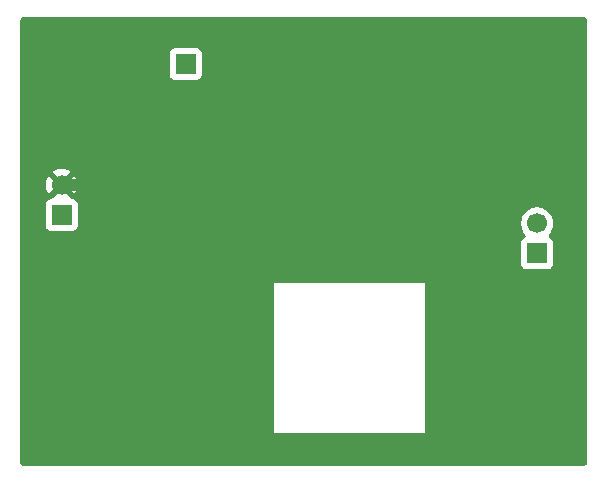
<source format=gbl>
G04 #@! TF.GenerationSoftware,KiCad,Pcbnew,9.0.4*
G04 #@! TF.CreationDate,2025-12-29T16:46:33-08:00*
G04 #@! TF.ProjectId,bikelight,62696b65-6c69-4676-9874-2e6b69636164,rev?*
G04 #@! TF.SameCoordinates,Original*
G04 #@! TF.FileFunction,Copper,L2,Bot*
G04 #@! TF.FilePolarity,Positive*
%FSLAX46Y46*%
G04 Gerber Fmt 4.6, Leading zero omitted, Abs format (unit mm)*
G04 Created by KiCad (PCBNEW 9.0.4) date 2025-12-29 16:46:33*
%MOMM*%
%LPD*%
G01*
G04 APERTURE LIST*
G04 #@! TA.AperFunction,ComponentPad*
%ADD10R,1.700000X1.700000*%
G04 #@! TD*
G04 #@! TA.AperFunction,ComponentPad*
%ADD11C,1.700000*%
G04 #@! TD*
G04 #@! TA.AperFunction,ViaPad*
%ADD12C,0.600000*%
G04 #@! TD*
G04 #@! TA.AperFunction,Conductor*
%ADD13C,1.000000*%
G04 #@! TD*
G04 #@! TA.AperFunction,Conductor*
%ADD14C,0.800000*%
G04 #@! TD*
G04 #@! TA.AperFunction,Conductor*
%ADD15C,2.000000*%
G04 #@! TD*
G04 APERTURE END LIST*
D10*
X92000000Y-75275000D03*
D11*
X92000000Y-72735000D03*
D10*
X132250000Y-78525000D03*
D11*
X132250000Y-75985000D03*
D10*
X102500000Y-62500000D03*
D12*
X102500000Y-71250000D03*
X107250000Y-66750000D03*
X123250000Y-74750000D03*
X100750000Y-70000000D03*
X104000000Y-68250000D03*
X122250000Y-73500000D03*
X105500000Y-66750000D03*
X116250000Y-73500000D03*
X99250000Y-71250000D03*
X104000000Y-69750000D03*
X98000000Y-88500000D03*
X123250000Y-71500000D03*
X99250000Y-68500000D03*
X117500000Y-75000000D03*
X123250000Y-72500000D03*
X124250000Y-75750000D03*
X99250000Y-66750000D03*
X124250000Y-73500000D03*
X124250000Y-71500000D03*
X102500000Y-66750000D03*
X119750000Y-73500000D03*
X125250000Y-71500000D03*
X118750000Y-72500000D03*
X104000000Y-71250000D03*
X117500000Y-72500000D03*
X118750000Y-77500000D03*
X100750000Y-68500000D03*
X125250000Y-74750000D03*
X128500000Y-92500000D03*
X118750000Y-75000000D03*
X116250000Y-71250000D03*
X119750000Y-71250000D03*
X118750000Y-73500000D03*
X105500000Y-68250000D03*
X117500000Y-76250000D03*
X118750000Y-71250000D03*
X117500000Y-77500000D03*
X100750000Y-71250000D03*
X117500000Y-73500000D03*
X116250000Y-75000000D03*
X115750000Y-70000000D03*
X99250000Y-70000000D03*
X122250000Y-71500000D03*
X102500000Y-69750000D03*
X123250000Y-73500000D03*
X125250000Y-75750000D03*
X123250000Y-75750000D03*
X116250000Y-72500000D03*
X116250000Y-76250000D03*
X107250000Y-70000000D03*
X100750000Y-66750000D03*
X102500000Y-68250000D03*
X122250000Y-72500000D03*
X116250000Y-77500000D03*
X125250000Y-72500000D03*
X119750000Y-72500000D03*
X124250000Y-74750000D03*
X118750000Y-76250000D03*
X107250000Y-68250000D03*
X104000000Y-66750000D03*
X117500000Y-71250000D03*
X124250000Y-72500000D03*
X105500000Y-70000000D03*
X125250000Y-73500000D03*
D13*
X100750000Y-68500000D02*
X100750000Y-66750000D01*
D14*
X123250000Y-74750000D02*
X123250000Y-75750000D01*
X124250000Y-73500000D02*
X125250000Y-73500000D01*
D13*
X96000000Y-72750000D02*
X98000000Y-74750000D01*
D14*
X125250000Y-74750000D02*
X125250000Y-75750000D01*
D13*
X100750000Y-71250000D02*
X100750000Y-70000000D01*
D14*
X122250000Y-73500000D02*
X123250000Y-73500000D01*
D13*
X92560000Y-72735000D02*
X92575000Y-72750000D01*
D14*
X124250000Y-72500000D02*
X123250000Y-72500000D01*
X123250000Y-74750000D02*
X123250000Y-73500000D01*
D15*
X107250000Y-70000000D02*
X115750000Y-70000000D01*
D14*
X119750000Y-72500000D02*
X118750000Y-72500000D01*
X117500000Y-72500000D02*
X116250000Y-72500000D01*
X118750000Y-76250000D02*
X117500000Y-76250000D01*
D13*
X104000000Y-68250000D02*
X104000000Y-66750000D01*
D14*
X117500000Y-73500000D02*
X117500000Y-75000000D01*
D13*
X104000000Y-71250000D02*
X102500000Y-71250000D01*
X103500000Y-95250000D02*
X125750000Y-95250000D01*
X92575000Y-72750000D02*
X95250000Y-72750000D01*
X102500000Y-69750000D02*
X104000000Y-69750000D01*
X98000000Y-88500000D02*
X98000000Y-89750000D01*
D14*
X116250000Y-71250000D02*
X117500000Y-71250000D01*
D15*
X105500000Y-70000000D02*
X107250000Y-70000000D01*
D13*
X98000000Y-89750000D02*
X103500000Y-95250000D01*
D14*
X118750000Y-73500000D02*
X118750000Y-75000000D01*
X125250000Y-73500000D02*
X125250000Y-72500000D01*
X116250000Y-76250000D02*
X116250000Y-77500000D01*
X125250000Y-75750000D02*
X124250000Y-75750000D01*
X116250000Y-75000000D02*
X116250000Y-73500000D01*
X122250000Y-72500000D02*
X122250000Y-71500000D01*
D13*
X105500000Y-66750000D02*
X107250000Y-66750000D01*
D14*
X125250000Y-74750000D02*
X124250000Y-74750000D01*
D13*
X98000000Y-74750000D02*
X98000000Y-88500000D01*
X95250000Y-72750000D02*
X96000000Y-72750000D01*
X125750000Y-95250000D02*
X128500000Y-92500000D01*
X102500000Y-66750000D02*
X102500000Y-68250000D01*
X99250000Y-66750000D02*
X99250000Y-68500000D01*
X92000000Y-72735000D02*
X92560000Y-72735000D01*
D14*
X123250000Y-71500000D02*
X124250000Y-71500000D01*
X125250000Y-71500000D02*
X125250000Y-72500000D01*
X118750000Y-71250000D02*
X119750000Y-71250000D01*
X117500000Y-77500000D02*
X118750000Y-77500000D01*
D13*
X99250000Y-70000000D02*
X99250000Y-71250000D01*
D14*
X118750000Y-73500000D02*
X119750000Y-73500000D01*
D13*
X107250000Y-68250000D02*
X105500000Y-68250000D01*
G04 #@! TA.AperFunction,Conductor*
G36*
X136345788Y-58519454D02*
G01*
X136426570Y-58573430D01*
X136480546Y-58654212D01*
X136499500Y-58749500D01*
X136499500Y-96250500D01*
X136480546Y-96345788D01*
X136426570Y-96426570D01*
X136345788Y-96480546D01*
X136250500Y-96499500D01*
X88749500Y-96499500D01*
X88654212Y-96480546D01*
X88573430Y-96426570D01*
X88519454Y-96345788D01*
X88500500Y-96250500D01*
X88500500Y-93750000D01*
X110000000Y-93750000D01*
X110000001Y-93750000D01*
X122749999Y-93750000D01*
X122750000Y-93750000D01*
X122750000Y-81000000D01*
X110000000Y-81000000D01*
X110000000Y-93750000D01*
X88500500Y-93750000D01*
X88500500Y-74377123D01*
X90649500Y-74377123D01*
X90649500Y-76172865D01*
X90649500Y-76172868D01*
X90649501Y-76172872D01*
X90651567Y-76192093D01*
X90655908Y-76232480D01*
X90655909Y-76232484D01*
X90706203Y-76367329D01*
X90706204Y-76367331D01*
X90792454Y-76482546D01*
X90907669Y-76568796D01*
X91042517Y-76619091D01*
X91102127Y-76625500D01*
X92897872Y-76625499D01*
X92957483Y-76619091D01*
X93092331Y-76568796D01*
X93207546Y-76482546D01*
X93293796Y-76367331D01*
X93344091Y-76232483D01*
X93350500Y-76172873D01*
X93350500Y-75878703D01*
X130899500Y-75878703D01*
X130899500Y-76091296D01*
X130932753Y-76301240D01*
X130991662Y-76482544D01*
X130998443Y-76503412D01*
X131060650Y-76625500D01*
X131094950Y-76692817D01*
X131225647Y-76872707D01*
X131223346Y-76874378D01*
X131261792Y-76943055D01*
X131273195Y-77039538D01*
X131246808Y-77133041D01*
X131186647Y-77209329D01*
X131171405Y-77219834D01*
X131171927Y-77220531D01*
X131157670Y-77231203D01*
X131157669Y-77231204D01*
X131083319Y-77286861D01*
X131042455Y-77317453D01*
X131042453Y-77317455D01*
X130956204Y-77432669D01*
X130905908Y-77567518D01*
X130899500Y-77627123D01*
X130899500Y-79422865D01*
X130899500Y-79422868D01*
X130899501Y-79422872D01*
X130901567Y-79442093D01*
X130905908Y-79482480D01*
X130905909Y-79482483D01*
X130956204Y-79617331D01*
X131042454Y-79732546D01*
X131157669Y-79818796D01*
X131292517Y-79869091D01*
X131352127Y-79875500D01*
X133147872Y-79875499D01*
X133207483Y-79869091D01*
X133342331Y-79818796D01*
X133457546Y-79732546D01*
X133543796Y-79617331D01*
X133594091Y-79482483D01*
X133600500Y-79422873D01*
X133600499Y-77627128D01*
X133594091Y-77567517D01*
X133543796Y-77432669D01*
X133457546Y-77317454D01*
X133342331Y-77231204D01*
X133342329Y-77231203D01*
X133328073Y-77220531D01*
X133330426Y-77217387D01*
X133281106Y-77176144D01*
X133236099Y-77090043D01*
X133227467Y-76993272D01*
X133256526Y-76900564D01*
X133275274Y-76873376D01*
X133274353Y-76872707D01*
X133280104Y-76864792D01*
X133405051Y-76692816D01*
X133501557Y-76503412D01*
X133567246Y-76301243D01*
X133584789Y-76190476D01*
X133600499Y-76091296D01*
X133600500Y-76091284D01*
X133600500Y-75878715D01*
X133600499Y-75878703D01*
X133567246Y-75668759D01*
X133567246Y-75668757D01*
X133501557Y-75466588D01*
X133405051Y-75277184D01*
X133280104Y-75105208D01*
X133129792Y-74954896D01*
X132957816Y-74829949D01*
X132768412Y-74733443D01*
X132768409Y-74733442D01*
X132768407Y-74733441D01*
X132566240Y-74667753D01*
X132356296Y-74634500D01*
X132356287Y-74634500D01*
X132143713Y-74634500D01*
X132143703Y-74634500D01*
X131933759Y-74667753D01*
X131731592Y-74733441D01*
X131542182Y-74829950D01*
X131370206Y-74954897D01*
X131219897Y-75105206D01*
X131094950Y-75277182D01*
X130998441Y-75466592D01*
X130932753Y-75668759D01*
X130899500Y-75878703D01*
X93350500Y-75878703D01*
X93350499Y-74377128D01*
X93344091Y-74317517D01*
X93293796Y-74182669D01*
X93207546Y-74067454D01*
X93092331Y-73981204D01*
X93092330Y-73981203D01*
X93092328Y-73981202D01*
X93086886Y-73979172D01*
X93086872Y-73979168D01*
X92957483Y-73930909D01*
X92897873Y-73924500D01*
X92897573Y-73924500D01*
X92876524Y-73918421D01*
X92855504Y-73907545D01*
X92823151Y-73897421D01*
X92794506Y-73875982D01*
X92790236Y-73873773D01*
X92787980Y-73871098D01*
X92766373Y-73854927D01*
X92129408Y-73217962D01*
X92192993Y-73200925D01*
X92307007Y-73135099D01*
X92400099Y-73042007D01*
X92465925Y-72927993D01*
X92482962Y-72864408D01*
X93076324Y-73457770D01*
X93131904Y-73473821D01*
X93154624Y-73442551D01*
X93251091Y-73253224D01*
X93251095Y-73253215D01*
X93316758Y-73051123D01*
X93349999Y-72841256D01*
X93350000Y-72841244D01*
X93350000Y-72628755D01*
X93349999Y-72628743D01*
X93316758Y-72418876D01*
X93251095Y-72216784D01*
X93251091Y-72216774D01*
X93154624Y-72027448D01*
X93115270Y-71973282D01*
X93115269Y-71973282D01*
X92482962Y-72605589D01*
X92465925Y-72542007D01*
X92400099Y-72427993D01*
X92307007Y-72334901D01*
X92192993Y-72269075D01*
X92129408Y-72252037D01*
X92761717Y-71619729D01*
X92707551Y-71580375D01*
X92707545Y-71580371D01*
X92518225Y-71483908D01*
X92518215Y-71483904D01*
X92316123Y-71418241D01*
X92106256Y-71385000D01*
X91893743Y-71385000D01*
X91683876Y-71418241D01*
X91481784Y-71483904D01*
X91481774Y-71483908D01*
X91292454Y-71580372D01*
X91292441Y-71580380D01*
X91238281Y-71619728D01*
X91870591Y-72252037D01*
X91807007Y-72269075D01*
X91692993Y-72334901D01*
X91599901Y-72427993D01*
X91534075Y-72542007D01*
X91517037Y-72605590D01*
X90884728Y-71973281D01*
X90845380Y-72027441D01*
X90845372Y-72027454D01*
X90748908Y-72216774D01*
X90748904Y-72216784D01*
X90683241Y-72418876D01*
X90650000Y-72628743D01*
X90650000Y-72841256D01*
X90683241Y-73051123D01*
X90748904Y-73253215D01*
X90748908Y-73253225D01*
X90845371Y-73442545D01*
X90845375Y-73442551D01*
X90884728Y-73496716D01*
X91517037Y-72864407D01*
X91534075Y-72927993D01*
X91599901Y-73042007D01*
X91692993Y-73135099D01*
X91807007Y-73200925D01*
X91870589Y-73217962D01*
X91233623Y-73854928D01*
X91204101Y-73874653D01*
X91176854Y-73897418D01*
X91164022Y-73901433D01*
X91152842Y-73908904D01*
X91084133Y-73926435D01*
X91080966Y-73926775D01*
X91006011Y-73920056D01*
X90996668Y-73931909D01*
X90921974Y-73975868D01*
X90907671Y-73981202D01*
X90792455Y-74067453D01*
X90792453Y-74067455D01*
X90706204Y-74182669D01*
X90655908Y-74317518D01*
X90649500Y-74377123D01*
X88500500Y-74377123D01*
X88500500Y-61602123D01*
X101149500Y-61602123D01*
X101149500Y-63397865D01*
X101149500Y-63397868D01*
X101149501Y-63397872D01*
X101151567Y-63417093D01*
X101155908Y-63457480D01*
X101155909Y-63457483D01*
X101206204Y-63592331D01*
X101292454Y-63707546D01*
X101407669Y-63793796D01*
X101542517Y-63844091D01*
X101602127Y-63850500D01*
X103397872Y-63850499D01*
X103457483Y-63844091D01*
X103592331Y-63793796D01*
X103707546Y-63707546D01*
X103793796Y-63592331D01*
X103844091Y-63457483D01*
X103850500Y-63397873D01*
X103850499Y-61602128D01*
X103844091Y-61542517D01*
X103793796Y-61407669D01*
X103707546Y-61292454D01*
X103592331Y-61206204D01*
X103512117Y-61176286D01*
X103457481Y-61155908D01*
X103397873Y-61149500D01*
X101602134Y-61149500D01*
X101602130Y-61149500D01*
X101602128Y-61149501D01*
X101589314Y-61150878D01*
X101542519Y-61155908D01*
X101542515Y-61155909D01*
X101407670Y-61206203D01*
X101292455Y-61292453D01*
X101292453Y-61292455D01*
X101206204Y-61407669D01*
X101155908Y-61542518D01*
X101149500Y-61602123D01*
X88500500Y-61602123D01*
X88500500Y-58749500D01*
X88519454Y-58654212D01*
X88573430Y-58573430D01*
X88654212Y-58519454D01*
X88749500Y-58500500D01*
X136250500Y-58500500D01*
X136345788Y-58519454D01*
G37*
G04 #@! TD.AperFunction*
M02*

</source>
